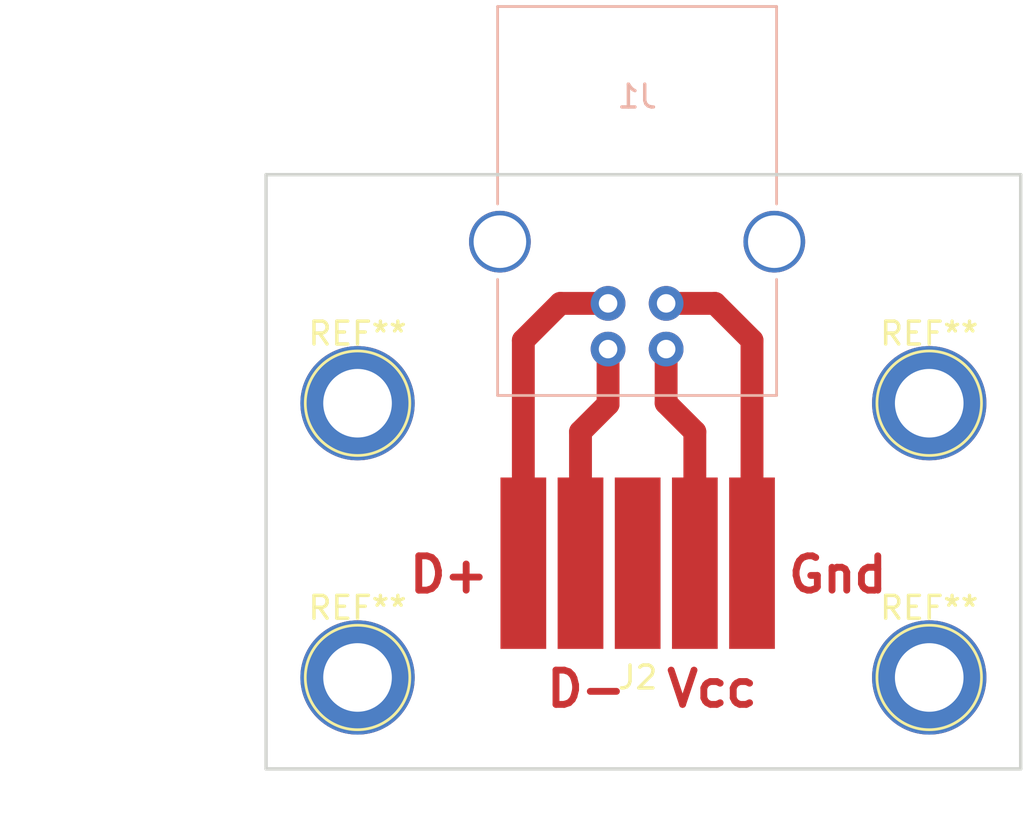
<source format=kicad_pcb>
(kicad_pcb (version 4) (host pcbnew 4.0.7)

  (general
    (links 5)
    (no_connects 1)
    (area 0 0 0 0)
    (thickness 0.6)
    (drawings 10)
    (tracks 14)
    (zones 0)
    (modules 6)
    (nets 6)
  )

  (page A4)
  (layers
    (0 F.Cu signal)
    (31 B.Cu signal)
    (32 B.Adhes user)
    (33 F.Adhes user)
    (34 B.Paste user)
    (35 F.Paste user)
    (36 B.SilkS user)
    (37 F.SilkS user)
    (38 B.Mask user)
    (39 F.Mask user)
    (40 Dwgs.User user)
    (41 Cmts.User user)
    (42 Eco1.User user)
    (43 Eco2.User user)
    (44 Edge.Cuts user)
    (45 Margin user)
    (46 B.CrtYd user)
    (47 F.CrtYd user)
    (48 B.Fab user)
    (49 F.Fab user)
  )

  (setup
    (last_trace_width 1)
    (user_trace_width 0.5)
    (user_trace_width 1)
    (trace_clearance 0.2)
    (zone_clearance 0.508)
    (zone_45_only no)
    (trace_min 0.2)
    (segment_width 0.2)
    (edge_width 0.15)
    (via_size 0.6)
    (via_drill 0.4)
    (via_min_size 0.4)
    (via_min_drill 0.3)
    (uvia_size 0.3)
    (uvia_drill 0.1)
    (uvias_allowed no)
    (uvia_min_size 0.2)
    (uvia_min_drill 0.1)
    (pcb_text_width 0.3)
    (pcb_text_size 1.5 1.5)
    (mod_edge_width 0.15)
    (mod_text_size 1 1)
    (mod_text_width 0.15)
    (pad_size 5 5)
    (pad_drill 3)
    (pad_to_mask_clearance 0.2)
    (aux_axis_origin 0 0)
    (visible_elements FFFFFF7F)
    (pcbplotparams
      (layerselection 0x00030_80000001)
      (usegerberextensions false)
      (excludeedgelayer true)
      (linewidth 0.100000)
      (plotframeref false)
      (viasonmask false)
      (mode 1)
      (useauxorigin false)
      (hpglpennumber 1)
      (hpglpenspeed 20)
      (hpglpendiameter 15)
      (hpglpenoverlay 2)
      (psnegative false)
      (psa4output false)
      (plotreference true)
      (plotvalue true)
      (plotinvisibletext false)
      (padsonsilk false)
      (subtractmaskfromsilk false)
      (outputformat 1)
      (mirror false)
      (drillshape 1)
      (scaleselection 1)
      (outputdirectory ""))
  )

  (net 0 "")
  (net 1 "Net-(J1-Pad2)")
  (net 2 "Net-(J1-Pad1)")
  (net 3 "Net-(J1-Pad4)")
  (net 4 "Net-(J1-Pad3)")
  (net 5 "Net-(J1-Pad5)")

  (net_class Default "This is the default net class."
    (clearance 0.2)
    (trace_width 0.5)
    (via_dia 0.6)
    (via_drill 0.4)
    (uvia_dia 0.3)
    (uvia_drill 0.1)
    (add_net "Net-(J1-Pad1)")
    (add_net "Net-(J1-Pad2)")
    (add_net "Net-(J1-Pad3)")
    (add_net "Net-(J1-Pad4)")
    (add_net "Net-(J1-Pad5)")
  )

  (net_class 1 ""
    (clearance 0.5)
    (trace_width 1.5)
    (via_dia 0.6)
    (via_drill 0.4)
    (uvia_dia 0.3)
    (uvia_drill 0.1)
  )

  (module Connectors.pretty:1pin (layer F.Cu) (tedit 5A1C0B7C) (tstamp 5A411FCE)
    (at 162 110)
    (descr "module 1 pin (ou trou mecanique de percage)")
    (tags DEV)
    (fp_text reference REF** (at 0 -3.048) (layer F.SilkS)
      (effects (font (size 1 1) (thickness 0.15)))
    )
    (fp_text value 1pin (at 0 3) (layer F.Fab)
      (effects (font (size 1 1) (thickness 0.15)))
    )
    (fp_circle (center 0 0) (end 2 0.8) (layer F.Fab) (width 0.1))
    (fp_circle (center 0 0) (end 2.6 0) (layer F.CrtYd) (width 0.05))
    (fp_circle (center 0 0) (end 0 -2.286) (layer F.SilkS) (width 0.12))
    (pad 1 thru_hole circle (at 0 0) (size 5 5) (drill 3) (layers *.Cu *.Mask))
  )

  (module Connectors.pretty:1pin (layer F.Cu) (tedit 5A1C0B7C) (tstamp 5A411FC6)
    (at 137 110)
    (descr "module 1 pin (ou trou mecanique de percage)")
    (tags DEV)
    (fp_text reference REF** (at 0 -3.048) (layer F.SilkS)
      (effects (font (size 1 1) (thickness 0.15)))
    )
    (fp_text value 1pin (at 0 3) (layer F.Fab)
      (effects (font (size 1 1) (thickness 0.15)))
    )
    (fp_circle (center 0 0) (end 2 0.8) (layer F.Fab) (width 0.1))
    (fp_circle (center 0 0) (end 2.6 0) (layer F.CrtYd) (width 0.05))
    (fp_circle (center 0 0) (end 0 -2.286) (layer F.SilkS) (width 0.12))
    (pad 1 thru_hole circle (at 0 0) (size 5 5) (drill 3) (layers *.Cu *.Mask))
  )

  (module Connectors.pretty:1pin (layer F.Cu) (tedit 5A1C0B7C) (tstamp 5A411FBE)
    (at 137 98)
    (descr "module 1 pin (ou trou mecanique de percage)")
    (tags DEV)
    (fp_text reference REF** (at 0 -3.048) (layer F.SilkS)
      (effects (font (size 1 1) (thickness 0.15)))
    )
    (fp_text value 1pin (at 0 3) (layer F.Fab)
      (effects (font (size 1 1) (thickness 0.15)))
    )
    (fp_circle (center 0 0) (end 2 0.8) (layer F.Fab) (width 0.1))
    (fp_circle (center 0 0) (end 2.6 0) (layer F.CrtYd) (width 0.05))
    (fp_circle (center 0 0) (end 0 -2.286) (layer F.SilkS) (width 0.12))
    (pad 1 thru_hole circle (at 0 0) (size 5 5) (drill 3) (layers *.Cu *.Mask))
  )

  (module Connectors.pretty:USB_B (layer B.Cu) (tedit 55B36073) (tstamp 5A411E62)
    (at 150.495 95.631 90)
    (descr "USB B connector")
    (tags "USB_B USB_DEV")
    (path /5A1C0904)
    (fp_text reference J1 (at 11.05 -1.27 360) (layer B.SilkS)
      (effects (font (size 1 1) (thickness 0.15)) (justify mirror))
    )
    (fp_text value USB_B (at 4.7 -1.27 360) (layer B.Fab)
      (effects (font (size 1 1) (thickness 0.15)) (justify mirror))
    )
    (fp_line (start 15.25 -8.9) (end -2.3 -8.9) (layer B.CrtYd) (width 0.05))
    (fp_line (start -2.3 -8.9) (end -2.3 6.35) (layer B.CrtYd) (width 0.05))
    (fp_line (start -2.3 6.35) (end 15.25 6.35) (layer B.CrtYd) (width 0.05))
    (fp_line (start 15.25 6.35) (end 15.25 -8.9) (layer B.CrtYd) (width 0.05))
    (fp_line (start 6.35 -7.37) (end 14.99 -7.37) (layer B.SilkS) (width 0.12))
    (fp_line (start -2.03 -7.37) (end 3.05 -7.37) (layer B.SilkS) (width 0.12))
    (fp_line (start 6.35 4.83) (end 14.99 4.83) (layer B.SilkS) (width 0.12))
    (fp_line (start -2.03 4.83) (end 3.05 4.83) (layer B.SilkS) (width 0.12))
    (fp_line (start 14.99 4.83) (end 14.99 -7.37) (layer B.SilkS) (width 0.12))
    (fp_line (start -2.03 -7.37) (end -2.03 4.83) (layer B.SilkS) (width 0.12))
    (pad 2 thru_hole circle (at 0 -2.54 180) (size 1.52 1.52) (drill 0.81) (layers *.Cu *.Mask)
      (net 1 "Net-(J1-Pad2)"))
    (pad 1 thru_hole circle (at 0 0 180) (size 1.52 1.52) (drill 0.81) (layers *.Cu *.Mask)
      (net 2 "Net-(J1-Pad1)"))
    (pad 4 thru_hole circle (at 2 0 180) (size 1.52 1.52) (drill 0.81) (layers *.Cu *.Mask)
      (net 3 "Net-(J1-Pad4)"))
    (pad 3 thru_hole circle (at 2 -2.54 180) (size 1.52 1.52) (drill 0.81) (layers *.Cu *.Mask)
      (net 4 "Net-(J1-Pad3)"))
    (pad 5 thru_hole circle (at 4.7 -7.27 180) (size 2.7 2.7) (drill 2.3) (layers *.Cu *.Mask)
      (net 5 "Net-(J1-Pad5)"))
    (pad 5 thru_hole circle (at 4.7 4.73 180) (size 2.7 2.7) (drill 2.3) (layers *.Cu *.Mask)
      (net 5 "Net-(J1-Pad5)"))
    (model ${KISYS3DMOD}/Connectors.3dshapes/USB_B.wrl
      (at (xyz 0.18 -0.05 0))
      (scale (xyz 0.39 0.39 0.39))
      (rotate (xyz 0 0 -90))
    )
  )

  (module my_footprints:SMD5pin (layer F.Cu) (tedit 5A1BFD2F) (tstamp 5A411E6B)
    (at 149.25 105)
    (path /5A1C0988)
    (fp_text reference J2 (at 0 5) (layer F.SilkS)
      (effects (font (size 1 1) (thickness 0.15)))
    )
    (fp_text value Conn_01x05 (at 0 -5.5) (layer F.Fab)
      (effects (font (size 1 1) (thickness 0.15)))
    )
    (pad 1 smd rect (at -5 0) (size 2 7.5) (layers F.Cu F.Paste F.Mask)
      (net 4 "Net-(J1-Pad3)"))
    (pad 2 smd rect (at -2.5 0) (size 2 7.5) (layers F.Cu F.Paste F.Mask)
      (net 1 "Net-(J1-Pad2)"))
    (pad 3 smd rect (at 0 0) (size 2 7.5) (layers F.Cu F.Paste F.Mask))
    (pad 4 smd rect (at 2.5 0) (size 2 7.5) (layers F.Cu F.Paste F.Mask)
      (net 2 "Net-(J1-Pad1)"))
    (pad 5 smd rect (at 5 0) (size 2 7.5) (layers F.Cu F.Paste F.Mask)
      (net 3 "Net-(J1-Pad4)"))
  )

  (module Connectors.pretty:1pin (layer F.Cu) (tedit 5A1C0B7C) (tstamp 5A411FA4)
    (at 162 98)
    (descr "module 1 pin (ou trou mecanique de percage)")
    (tags DEV)
    (fp_text reference REF** (at 0 -3.048) (layer F.SilkS)
      (effects (font (size 1 1) (thickness 0.15)))
    )
    (fp_text value 1pin (at 0 3) (layer F.Fab)
      (effects (font (size 1 1) (thickness 0.15)))
    )
    (fp_circle (center 0 0) (end 2 0.8) (layer F.Fab) (width 0.1))
    (fp_circle (center 0 0) (end 2.6 0) (layer F.CrtYd) (width 0.05))
    (fp_circle (center 0 0) (end 0 -2.286) (layer F.SilkS) (width 0.12))
    (pad 1 thru_hole circle (at 0 0) (size 5 5) (drill 3) (layers *.Cu *.Mask))
  )

  (dimension 26 (width 0.3) (layer Dwgs.User)
    (gr_text "26.000 mm" (at 127.65 101 90) (layer Dwgs.User)
      (effects (font (size 1.5 1.5) (thickness 0.3)))
    )
    (feature1 (pts (xy 133 88) (xy 126.3 88)))
    (feature2 (pts (xy 133 114) (xy 126.3 114)))
    (crossbar (pts (xy 129 114) (xy 129 88)))
    (arrow1a (pts (xy 129 88) (xy 129.586421 89.126504)))
    (arrow1b (pts (xy 129 88) (xy 128.413579 89.126504)))
    (arrow2a (pts (xy 129 114) (xy 129.586421 112.873496)))
    (arrow2b (pts (xy 129 114) (xy 128.413579 112.873496)))
  )
  (dimension 33 (width 0.3) (layer Dwgs.User)
    (gr_text "33.000 mm" (at 149.5 117.349999) (layer Dwgs.User)
      (effects (font (size 1.5 1.5) (thickness 0.3)))
    )
    (feature1 (pts (xy 166 114) (xy 166 118.699999)))
    (feature2 (pts (xy 133 114) (xy 133 118.699999)))
    (crossbar (pts (xy 133 115.999999) (xy 166 115.999999)))
    (arrow1a (pts (xy 166 115.999999) (xy 164.873496 116.58642)))
    (arrow1b (pts (xy 166 115.999999) (xy 164.873496 115.413578)))
    (arrow2a (pts (xy 133 115.999999) (xy 134.126504 116.58642)))
    (arrow2b (pts (xy 133 115.999999) (xy 134.126504 115.413578)))
  )
  (gr_line (start 133 114) (end 133 88) (angle 90) (layer Edge.Cuts) (width 0.15))
  (gr_line (start 166 114) (end 133 114) (angle 90) (layer Edge.Cuts) (width 0.15))
  (gr_line (start 166 88) (end 166 114) (angle 90) (layer Edge.Cuts) (width 0.15))
  (gr_line (start 133 88) (end 166 88) (angle 90) (layer Edge.Cuts) (width 0.15))
  (gr_text Gnd (at 158 105.5) (layer F.Cu)
    (effects (font (size 1.5 1.5) (thickness 0.3)))
  )
  (gr_text Vcc (at 152.5 110.5) (layer F.Cu)
    (effects (font (size 1.5 1.5) (thickness 0.3)))
  )
  (gr_text D- (at 147 110.5) (layer F.Cu)
    (effects (font (size 1.5 1.5) (thickness 0.3)))
  )
  (gr_text D+ (at 141 105.5) (layer F.Cu)
    (effects (font (size 1.5 1.5) (thickness 0.3)))
  )

  (segment (start 146.75 105) (end 146.75 99.25) (width 1) (layer F.Cu) (net 1))
  (segment (start 147.955 98.045) (end 147.955 95.631) (width 1) (layer F.Cu) (net 1) (tstamp 5A411F89))
  (segment (start 146.75 99.25) (end 147.955 98.045) (width 1) (layer F.Cu) (net 1) (tstamp 5A411F88))
  (segment (start 146.71 104.96) (end 146.75 105) (width 1) (layer F.Cu) (net 1) (tstamp 5A411F5A))
  (segment (start 150.495 95.631) (end 150.495 97.995) (width 1) (layer F.Cu) (net 2))
  (segment (start 151.75 99.25) (end 151.75 105) (width 1) (layer F.Cu) (net 2) (tstamp 5A411F8D))
  (segment (start 150.495 97.995) (end 151.75 99.25) (width 1) (layer F.Cu) (net 2) (tstamp 5A411F8C))
  (segment (start 154.25 105) (end 154.25 95.25) (width 1) (layer F.Cu) (net 3))
  (segment (start 152.631 93.631) (end 150.495 93.631) (width 1) (layer F.Cu) (net 3) (tstamp 5A411F91))
  (segment (start 154.25 95.25) (end 152.631 93.631) (width 1) (layer F.Cu) (net 3) (tstamp 5A411F90))
  (segment (start 144.25 105) (end 144.25 95.25) (width 1) (layer F.Cu) (net 4))
  (segment (start 145.869 93.631) (end 147.955 93.631) (width 1) (layer F.Cu) (net 4) (tstamp 5A411F95))
  (segment (start 144.25 95.25) (end 145.869 93.631) (width 1) (layer F.Cu) (net 4) (tstamp 5A411F94))
  (segment (start 144.25 105) (end 143.75 105) (width 0.5) (layer F.Cu) (net 4))

)

</source>
